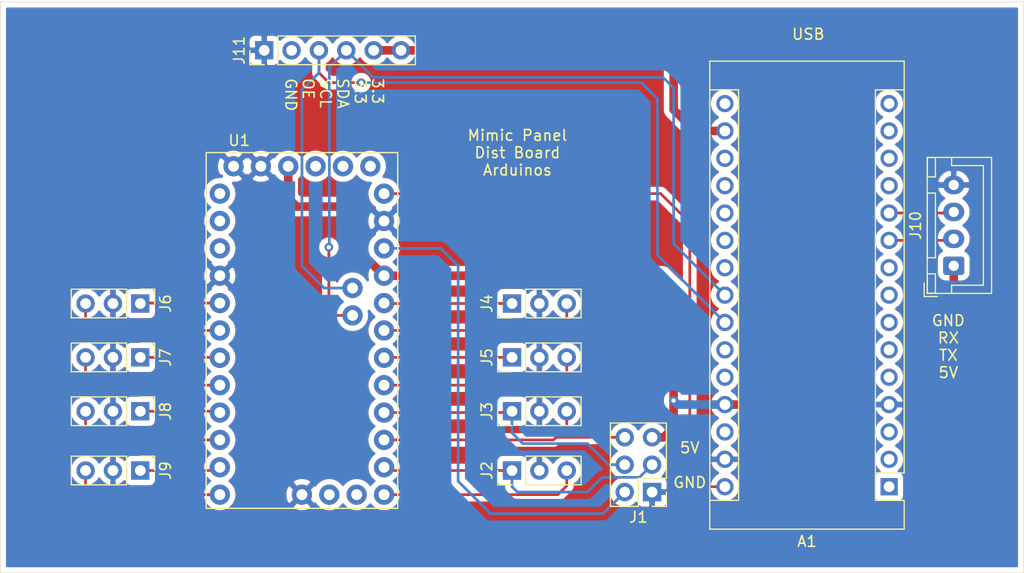
<source format=kicad_pcb>
(kicad_pcb (version 20171130) (host pcbnew 5.1.10-88a1d61d58~90~ubuntu21.04.1)
  (layers (0 F.Cu signal) (31 B.Cu signal) (34 B.Paste user) (35 F.Paste user) (36 B.SilkS user) (37 F.SilkS user) (38 B.Mask user) (39 F.Mask user) (44 Edge.Cuts user))
  (net 0 "")
  (net 1 VBUS)
  (net 2 GND)
  (net 3 +5V)
  (net 4 /Loco_Rx)
  (net 5 /Loco_TX)
  (net 6 /SCL)
  (net 7 /SDA)
  (net 8 +3V3)
  (net 9 /DT_6)
  (net 10 /DC_6)
  (net 11 /DC_5)
  (net 12 /Rst_Mini)
  (net 13 /DT_5)
  (net 14 /DC_7)
  (net 15 /DT_7)
  (net 16 /DC_8)
  (net 17 /DT_8)
  (net 18 /DC_1)
  (net 19 /DT_1)
  (net 20 /DC_2)
  (net 21 /DT_2)
  (net 22 /DT_3)
  (net 23 /DC_3)
  (net 24 /DC_4)
  (net 25 /DT_4)
  (module Connector_JST:JST_XH_B4B-XH-A_1x04_P2.50mm_Vertical (layer F.Cu) (at 168.5 64.5 90)
    (fp_text reference J10 (at 3.75 -3.55 90) (layer F.SilkS))
    (fp_text value Conn_01x04)
    (fp_line (start -2.56 -2.46) (end -2.56 3.51) (layer F.SilkS) (width 0.12))
    (fp_line (start -2.56 3.51) (end 10.06 3.51) (layer F.SilkS) (width 0.12))
    (fp_line (start 10.06 3.51) (end 10.06 -2.46) (layer F.SilkS) (width 0.12))
    (fp_line (start 10.06 -2.46) (end -2.56 -2.46) (layer F.SilkS) (width 0.12))
    (fp_line (start 0.75 -2.45) (end 0.75 -1.7) (layer F.SilkS) (width 0.12))
    (fp_line (start 0.75 -1.7) (end 6.75 -1.7) (layer F.SilkS) (width 0.12))
    (fp_line (start 6.75 -1.7) (end 6.75 -2.45) (layer F.SilkS) (width 0.12))
    (fp_line (start 6.75 -2.45) (end 0.75 -2.45) (layer F.SilkS) (width 0.12))
    (fp_line (start -2.55 -2.45) (end -2.55 -1.7) (layer F.SilkS) (width 0.12))
    (fp_line (start -2.55 -1.7) (end -0.75 -1.7) (layer F.SilkS) (width 0.12))
    (fp_line (start -0.75 -1.7) (end -0.75 -2.45) (layer F.SilkS) (width 0.12))
    (fp_line (start -0.75 -2.45) (end -2.55 -2.45) (layer F.SilkS) (width 0.12))
    (fp_line (start 8.25 -2.45) (end 8.25 -1.7) (layer F.SilkS) (width 0.12))
    (fp_line (start 8.25 -1.7) (end 10.05 -1.7) (layer F.SilkS) (width 0.12))
    (fp_line (start 10.05 -1.7) (end 10.05 -2.45) (layer F.SilkS) (width 0.12))
    (fp_line (start 10.05 -2.45) (end 8.25 -2.45) (layer F.SilkS) (width 0.12))
    (fp_line (start -2.55 -0.2) (end -1.8 -0.2) (layer F.SilkS) (width 0.12))
    (fp_line (start -1.8 -0.2) (end -1.8 2.75) (layer F.SilkS) (width 0.12))
    (fp_line (start -1.8 2.75) (end 3.75 2.75) (layer F.SilkS) (width 0.12))
    (fp_line (start 10.05 -0.2) (end 9.3 -0.2) (layer F.SilkS) (width 0.12))
    (fp_line (start 9.3 -0.2) (end 9.3 2.75) (layer F.SilkS) (width 0.12))
    (fp_line (start 9.3 2.75) (end 3.75 2.75) (layer F.SilkS) (width 0.12))
    (fp_line (start -1.6 -2.75) (end -2.85 -2.75) (layer F.SilkS) (width 0.12))
    (fp_line (start -2.85 -2.75) (end -2.85 -1.5) (layer F.SilkS) (width 0.12))
    (pad 4 thru_hole oval (at 7.5 0 90) (size 1.7 1.95) (drill 0.95) (layers *.Cu *.Mask) (net 2 GND))
    (pad 3 thru_hole oval (at 5 0 90) (size 1.7 1.95) (drill 0.95) (layers *.Cu *.Mask) (net 4 /Loco_Rx))
    (pad 2 thru_hole oval (at 2.5 0 90) (size 1.7 1.95) (drill 0.95) (layers *.Cu *.Mask) (net 5 /Loco_TX))
    (pad 1 thru_hole roundrect (at 0 0 90) (size 1.7 1.95) (drill 0.95) (layers *.Cu *.Mask) (roundrect_rratio 0.147059) (net 3 +5V))
  )
  (module BoardArduinos:MODULE_ARDUINO_PRO_MINI (layer F.Cu) (at 108 70.5)
    (fp_text reference U1 (at -5.825 -17.635) (layer F.SilkS))
    (fp_text value ARDUINO_PRO_MINI)
    (fp_line (start 8.89 -16.51) (end -8.89 -16.51) (layer F.SilkS) (width 0.127))
    (fp_line (start 8.89 16.51) (end 8.89 -16.51) (layer F.SilkS) (width 0.127))
    (fp_line (start -8.89 16.51) (end 8.89 16.51) (layer F.SilkS) (width 0.127))
    (fp_line (start -8.89 -16.51) (end -8.89 16.51) (layer F.SilkS) (width 0.127))
    (pad JP3_3 thru_hole circle (at 0 15.24) (size 1.8796 1.8796) (drill 1.016) (layers *.Cu *.Mask) (net 2 GND))
    (pad JP7_12 thru_hole circle (at -7.62 -12.7) (size 1.8796 1.8796) (drill 1.016) (layers *.Cu *.Mask))
    (pad JP7_11 thru_hole circle (at -7.62 -10.16) (size 1.8796 1.8796) (drill 1.016) (layers *.Cu *.Mask))
    (pad JP7_10 thru_hole circle (at -7.62 -7.62) (size 1.8796 1.8796) (drill 1.016) (layers *.Cu *.Mask))
    (pad JP7_9 thru_hole circle (at -7.62 -5.08) (size 1.8796 1.8796) (drill 1.016) (layers *.Cu *.Mask) (net 2 GND))
    (pad JP7_8 thru_hole circle (at -7.62 -2.54) (size 1.8796 1.8796) (drill 1.016) (layers *.Cu *.Mask) (net 19 /DT_1))
    (pad JP7_7 thru_hole circle (at -7.62 0) (size 1.8796 1.8796) (drill 1.016) (layers *.Cu *.Mask) (net 18 /DC_1))
    (pad JP7_6 thru_hole circle (at -7.62 2.54) (size 1.8796 1.8796) (drill 1.016) (layers *.Cu *.Mask) (net 21 /DT_2))
    (pad JP7_5 thru_hole circle (at -7.62 5.08) (size 1.8796 1.8796) (drill 1.016) (layers *.Cu *.Mask) (net 20 /DC_2))
    (pad JP7_4 thru_hole circle (at -7.62 7.62) (size 1.8796 1.8796) (drill 1.016) (layers *.Cu *.Mask) (net 23 /DC_3))
    (pad JP7_3 thru_hole circle (at -7.62 10.16) (size 1.8796 1.8796) (drill 1.016) (layers *.Cu *.Mask) (net 22 /DT_3))
    (pad JP7_2 thru_hole circle (at -7.62 12.7) (size 1.8796 1.8796) (drill 1.016) (layers *.Cu *.Mask) (net 25 /DT_4))
    (pad JP7_1 thru_hole circle (at -7.62 15.24) (size 1.8796 1.8796) (drill 1.016) (layers *.Cu *.Mask) (net 24 /DC_4))
    (pad JP6_12 thru_hole circle (at 7.62 15.24) (size 1.8796 1.8796) (drill 1.016) (layers *.Cu *.Mask) (net 11 /DC_5))
    (pad JP6_11 thru_hole circle (at 7.62 12.7) (size 1.8796 1.8796) (drill 1.016) (layers *.Cu *.Mask) (net 13 /DT_5))
    (pad JP6_10 thru_hole circle (at 7.62 10.16) (size 1.8796 1.8796) (drill 1.016) (layers *.Cu *.Mask) (net 10 /DC_6))
    (pad JP6_9 thru_hole circle (at 7.62 7.62) (size 1.8796 1.8796) (drill 1.016) (layers *.Cu *.Mask) (net 9 /DT_6))
    (pad JP6_8 thru_hole circle (at 7.62 5.08) (size 1.8796 1.8796) (drill 1.016) (layers *.Cu *.Mask) (net 16 /DC_8))
    (pad JP6_7 thru_hole circle (at 7.62 2.54) (size 1.8796 1.8796) (drill 1.016) (layers *.Cu *.Mask) (net 17 /DT_8))
    (pad JP6_6 thru_hole circle (at 7.62 0) (size 1.8796 1.8796) (drill 1.016) (layers *.Cu *.Mask) (net 14 /DC_7))
    (pad JP6_5 thru_hole circle (at 7.62 -2.54) (size 1.8796 1.8796) (drill 1.016) (layers *.Cu *.Mask) (net 15 /DT_7))
    (pad JP6_4 thru_hole circle (at 7.62 -5.08) (size 1.8796 1.8796) (drill 1.016) (layers *.Cu *.Mask) (net 3 +5V))
    (pad JP6_3 thru_hole circle (at 7.62 -7.62) (size 1.8796 1.8796) (drill 1.016) (layers *.Cu *.Mask) (net 12 /Rst_Mini))
    (pad JP6_2 thru_hole circle (at 7.62 -10.16) (size 1.8796 1.8796) (drill 1.016) (layers *.Cu *.Mask) (net 2 GND))
    (pad JP6_1 thru_hole circle (at 7.62 -12.7) (size 1.8796 1.8796) (drill 1.016) (layers *.Cu *.Mask) (net 1 VBUS))
    (pad JP3_1 thru_hole circle (at 2.54 15.24) (size 1.8796 1.8796) (drill 1.016) (layers *.Cu *.Mask))
    (pad JP3_2 thru_hole circle (at 5.08 15.24) (size 1.8796 1.8796) (drill 1.016) (layers *.Cu *.Mask))
    (pad JP2_2 thru_hole circle (at 4.699 -3.937) (size 1.8796 1.8796) (drill 1.016) (layers *.Cu *.Mask) (net 6 /SCL))
    (pad JP2_1 thru_hole circle (at 4.699 -1.397) (size 1.8796 1.8796) (drill 1.016) (layers *.Cu *.Mask) (net 7 /SDA))
    (pad JP1_6 thru_hole circle (at -6.35 -15.24) (size 1.8796 1.8796) (drill 1.016) (layers *.Cu *.Mask) (net 2 GND))
    (pad JP1_5 thru_hole circle (at -3.81 -15.24) (size 1.8796 1.8796) (drill 1.016) (layers *.Cu *.Mask) (net 2 GND))
    (pad JP1_4 thru_hole circle (at -1.27 -15.24) (size 1.8796 1.8796) (drill 1.016) (layers *.Cu *.Mask) (net 3 +5V))
    (pad JP1_3 thru_hole circle (at 1.27 -15.24) (size 1.8796 1.8796) (drill 1.016) (layers *.Cu *.Mask))
    (pad JP1_2 thru_hole circle (at 3.81 -15.24) (size 1.8796 1.8796) (drill 1.016) (layers *.Cu *.Mask))
    (pad JP1_1 thru_hole circle (at 6.35 -15.24) (size 1.8796 1.8796) (drill 1.016) (layers *.Cu *.Mask))
  )
  (module Connector_PinHeader_2.54mm:PinHeader_1x06_P2.54mm_Vertical (layer F.Cu) (at 104.5 44.5 90)
    (fp_text reference J11 (at 0 -2.33 90) (layer F.SilkS))
    (fp_text value Conn_01x06)
    (fp_line (start -1.33 -1.33) (end 0 -1.33) (layer F.SilkS) (width 0.12))
    (fp_line (start -1.33 0) (end -1.33 -1.33) (layer F.SilkS) (width 0.12))
    (fp_line (start -1.33 1.27) (end 1.33 1.27) (layer F.SilkS) (width 0.12))
    (fp_line (start 1.33 1.27) (end 1.33 14.03) (layer F.SilkS) (width 0.12))
    (fp_line (start -1.33 1.27) (end -1.33 14.03) (layer F.SilkS) (width 0.12))
    (fp_line (start -1.33 14.03) (end 1.33 14.03) (layer F.SilkS) (width 0.12))
    (pad 6 thru_hole oval (at 0 12.7 90) (size 1.7 1.7) (drill 1) (layers *.Cu *.Mask) (net 8 +3V3))
    (pad 5 thru_hole oval (at 0 10.16 90) (size 1.7 1.7) (drill 1) (layers *.Cu *.Mask) (net 8 +3V3))
    (pad 4 thru_hole oval (at 0 7.62 90) (size 1.7 1.7) (drill 1) (layers *.Cu *.Mask) (net 7 /SDA))
    (pad 3 thru_hole oval (at 0 5.08 90) (size 1.7 1.7) (drill 1) (layers *.Cu *.Mask) (net 6 /SCL))
    (pad 2 thru_hole oval (at 0 2.54 90) (size 1.7 1.7) (drill 1) (layers *.Cu *.Mask))
    (pad 1 thru_hole rect (at 0 0 90) (size 1.7 1.7) (drill 1) (layers *.Cu *.Mask) (net 2 GND))
  )
  (module Connector_PinHeader_2.54mm:PinHeader_1x03_P2.54mm_Vertical (layer F.Cu) (at 93 83.5 270)
    (fp_text reference J9 (at 0 -2.33 90) (layer F.SilkS))
    (fp_text value Conn_01x03)
    (fp_line (start -1.33 -1.33) (end 0 -1.33) (layer F.SilkS) (width 0.12))
    (fp_line (start -1.33 0) (end -1.33 -1.33) (layer F.SilkS) (width 0.12))
    (fp_line (start -1.33 1.27) (end 1.33 1.27) (layer F.SilkS) (width 0.12))
    (fp_line (start 1.33 1.27) (end 1.33 6.41) (layer F.SilkS) (width 0.12))
    (fp_line (start -1.33 1.27) (end -1.33 6.41) (layer F.SilkS) (width 0.12))
    (fp_line (start -1.33 6.41) (end 1.33 6.41) (layer F.SilkS) (width 0.12))
    (pad 3 thru_hole oval (at 0 5.08 270) (size 1.7 1.7) (drill 1) (layers *.Cu *.Mask) (net 24 /DC_4))
    (pad 2 thru_hole oval (at 0 2.54 270) (size 1.7 1.7) (drill 1) (layers *.Cu *.Mask) (net 2 GND))
    (pad 1 thru_hole rect (at 0 0 270) (size 1.7 1.7) (drill 1) (layers *.Cu *.Mask) (net 25 /DT_4))
  )
  (module Connector_PinHeader_2.54mm:PinHeader_1x03_P2.54mm_Vertical (layer F.Cu) (at 93 78 270)
    (fp_text reference J8 (at 0 -2.33 90) (layer F.SilkS))
    (fp_text value Conn_01x03)
    (fp_line (start -1.33 -1.33) (end 0 -1.33) (layer F.SilkS) (width 0.12))
    (fp_line (start -1.33 0) (end -1.33 -1.33) (layer F.SilkS) (width 0.12))
    (fp_line (start -1.33 1.27) (end 1.33 1.27) (layer F.SilkS) (width 0.12))
    (fp_line (start 1.33 1.27) (end 1.33 6.41) (layer F.SilkS) (width 0.12))
    (fp_line (start -1.33 1.27) (end -1.33 6.41) (layer F.SilkS) (width 0.12))
    (fp_line (start -1.33 6.41) (end 1.33 6.41) (layer F.SilkS) (width 0.12))
    (pad 3 thru_hole oval (at 0 5.08 270) (size 1.7 1.7) (drill 1) (layers *.Cu *.Mask) (net 22 /DT_3))
    (pad 2 thru_hole oval (at 0 2.54 270) (size 1.7 1.7) (drill 1) (layers *.Cu *.Mask) (net 2 GND))
    (pad 1 thru_hole rect (at 0 0 270) (size 1.7 1.7) (drill 1) (layers *.Cu *.Mask) (net 23 /DC_3))
  )
  (module Connector_PinHeader_2.54mm:PinHeader_1x03_P2.54mm_Vertical (layer F.Cu) (at 93 73 270)
    (fp_text reference J7 (at 0 -2.33 90) (layer F.SilkS))
    (fp_text value Conn_01x03)
    (fp_line (start -1.33 -1.33) (end 0 -1.33) (layer F.SilkS) (width 0.12))
    (fp_line (start -1.33 0) (end -1.33 -1.33) (layer F.SilkS) (width 0.12))
    (fp_line (start -1.33 1.27) (end 1.33 1.27) (layer F.SilkS) (width 0.12))
    (fp_line (start 1.33 1.27) (end 1.33 6.41) (layer F.SilkS) (width 0.12))
    (fp_line (start -1.33 1.27) (end -1.33 6.41) (layer F.SilkS) (width 0.12))
    (fp_line (start -1.33 6.41) (end 1.33 6.41) (layer F.SilkS) (width 0.12))
    (pad 3 thru_hole oval (at 0 5.08 270) (size 1.7 1.7) (drill 1) (layers *.Cu *.Mask) (net 20 /DC_2))
    (pad 2 thru_hole oval (at 0 2.54 270) (size 1.7 1.7) (drill 1) (layers *.Cu *.Mask) (net 2 GND))
    (pad 1 thru_hole rect (at 0 0 270) (size 1.7 1.7) (drill 1) (layers *.Cu *.Mask) (net 21 /DT_2))
  )
  (module Connector_PinHeader_2.54mm:PinHeader_1x03_P2.54mm_Vertical (layer F.Cu) (at 93 68 270)
    (fp_text reference J6 (at 0 -2.33 90) (layer F.SilkS))
    (fp_text value Conn_01x03)
    (fp_line (start -1.33 -1.33) (end 0 -1.33) (layer F.SilkS) (width 0.12))
    (fp_line (start -1.33 0) (end -1.33 -1.33) (layer F.SilkS) (width 0.12))
    (fp_line (start -1.33 1.27) (end 1.33 1.27) (layer F.SilkS) (width 0.12))
    (fp_line (start 1.33 1.27) (end 1.33 6.41) (layer F.SilkS) (width 0.12))
    (fp_line (start -1.33 1.27) (end -1.33 6.41) (layer F.SilkS) (width 0.12))
    (fp_line (start -1.33 6.41) (end 1.33 6.41) (layer F.SilkS) (width 0.12))
    (pad 3 thru_hole oval (at 0 5.08 270) (size 1.7 1.7) (drill 1) (layers *.Cu *.Mask) (net 18 /DC_1))
    (pad 2 thru_hole oval (at 0 2.54 270) (size 1.7 1.7) (drill 1) (layers *.Cu *.Mask) (net 2 GND))
    (pad 1 thru_hole rect (at 0 0 270) (size 1.7 1.7) (drill 1) (layers *.Cu *.Mask) (net 19 /DT_1))
  )
  (module Connector_PinHeader_2.54mm:PinHeader_1x03_P2.54mm_Vertical (layer F.Cu) (at 127.5 73 90)
    (fp_text reference J5 (at 0 -2.33 90) (layer F.SilkS))
    (fp_text value Conn_01x03)
    (fp_line (start -1.33 -1.33) (end 0 -1.33) (layer F.SilkS) (width 0.12))
    (fp_line (start -1.33 0) (end -1.33 -1.33) (layer F.SilkS) (width 0.12))
    (fp_line (start -1.33 1.27) (end 1.33 1.27) (layer F.SilkS) (width 0.12))
    (fp_line (start 1.33 1.27) (end 1.33 6.41) (layer F.SilkS) (width 0.12))
    (fp_line (start -1.33 1.27) (end -1.33 6.41) (layer F.SilkS) (width 0.12))
    (fp_line (start -1.33 6.41) (end 1.33 6.41) (layer F.SilkS) (width 0.12))
    (pad 3 thru_hole oval (at 0 5.08 90) (size 1.7 1.7) (drill 1) (layers *.Cu *.Mask) (net 16 /DC_8))
    (pad 2 thru_hole oval (at 0 2.54 90) (size 1.7 1.7) (drill 1) (layers *.Cu *.Mask) (net 2 GND))
    (pad 1 thru_hole rect (at 0 0 90) (size 1.7 1.7) (drill 1) (layers *.Cu *.Mask) (net 17 /DT_8))
  )
  (module Connector_PinHeader_2.54mm:PinHeader_1x03_P2.54mm_Vertical (layer F.Cu) (at 127.5 68 90)
    (fp_text reference J4 (at 0 -2.33 90) (layer F.SilkS))
    (fp_text value Conn_01x03)
    (fp_line (start -1.33 -1.33) (end 0 -1.33) (layer F.SilkS) (width 0.12))
    (fp_line (start -1.33 0) (end -1.33 -1.33) (layer F.SilkS) (width 0.12))
    (fp_line (start -1.33 1.27) (end 1.33 1.27) (layer F.SilkS) (width 0.12))
    (fp_line (start 1.33 1.27) (end 1.33 6.41) (layer F.SilkS) (width 0.12))
    (fp_line (start -1.33 1.27) (end -1.33 6.41) (layer F.SilkS) (width 0.12))
    (fp_line (start -1.33 6.41) (end 1.33 6.41) (layer F.SilkS) (width 0.12))
    (pad 3 thru_hole oval (at 0 5.08 90) (size 1.7 1.7) (drill 1) (layers *.Cu *.Mask) (net 14 /DC_7))
    (pad 2 thru_hole oval (at 0 2.54 90) (size 1.7 1.7) (drill 1) (layers *.Cu *.Mask) (net 2 GND))
    (pad 1 thru_hole rect (at 0 0 90) (size 1.7 1.7) (drill 1) (layers *.Cu *.Mask) (net 15 /DT_7))
  )
  (module Connector_PinHeader_2.54mm:PinHeader_1x03_P2.54mm_Vertical (layer F.Cu) (at 127.5 78 90)
    (fp_text reference J3 (at 0 -2.33 90) (layer F.SilkS))
    (fp_text value Conn_01x03)
    (fp_line (start -1.33 -1.33) (end 0 -1.33) (layer F.SilkS) (width 0.12))
    (fp_line (start -1.33 0) (end -1.33 -1.33) (layer F.SilkS) (width 0.12))
    (fp_line (start -1.33 1.27) (end 1.33 1.27) (layer F.SilkS) (width 0.12))
    (fp_line (start 1.33 1.27) (end 1.33 6.41) (layer F.SilkS) (width 0.12))
    (fp_line (start -1.33 1.27) (end -1.33 6.41) (layer F.SilkS) (width 0.12))
    (fp_line (start -1.33 6.41) (end 1.33 6.41) (layer F.SilkS) (width 0.12))
    (pad 3 thru_hole oval (at 0 5.08 90) (size 1.7 1.7) (drill 1) (layers *.Cu *.Mask) (net 10 /DC_6))
    (pad 2 thru_hole oval (at 0 2.54 90) (size 1.7 1.7) (drill 1) (layers *.Cu *.Mask) (net 2 GND))
    (pad 1 thru_hole rect (at 0 0 90) (size 1.7 1.7) (drill 1) (layers *.Cu *.Mask) (net 9 /DT_6))
  )
  (module Connector_PinHeader_2.54mm:PinHeader_1x03_P2.54mm_Vertical (layer F.Cu) (at 127.5 83.5 90)
    (fp_text reference J2 (at 0 -2.33 90) (layer F.SilkS))
    (fp_text value Conn_01x03)
    (fp_line (start -1.33 -1.33) (end 0 -1.33) (layer F.SilkS) (width 0.12))
    (fp_line (start -1.33 0) (end -1.33 -1.33) (layer F.SilkS) (width 0.12))
    (fp_line (start -1.33 1.27) (end 1.33 1.27) (layer F.SilkS) (width 0.12))
    (fp_line (start 1.33 1.27) (end 1.33 6.41) (layer F.SilkS) (width 0.12))
    (fp_line (start -1.33 1.27) (end -1.33 6.41) (layer F.SilkS) (width 0.12))
    (fp_line (start -1.33 6.41) (end 1.33 6.41) (layer F.SilkS) (width 0.12))
    (pad 3 thru_hole oval (at 0 5.08 90) (size 1.7 1.7) (drill 1) (layers *.Cu *.Mask) (net 11 /DC_5))
    (pad 2 thru_hole oval (at 0 2.54 90) (size 1.7 1.7) (drill 1) (layers *.Cu *.Mask) (net 2 GND))
    (pad 1 thru_hole rect (at 0 0 90) (size 1.7 1.7) (drill 1) (layers *.Cu *.Mask) (net 13 /DT_5))
  )
  (module Connector_PinHeader_2.54mm:PinHeader_2x03_P2.54mm_Vertical (layer F.Cu) (at 140.5 85.5 180)
    (fp_text reference J1 (at 1.27 -2.33) (layer F.SilkS))
    (fp_text value Conn_02x03_Odd_Even)
    (fp_line (start -1.33 -1.33) (end 0 -1.33) (layer F.SilkS) (width 0.12))
    (fp_line (start -1.33 0) (end -1.33 -1.33) (layer F.SilkS) (width 0.12))
    (fp_line (start 1.27 -1.33) (end 3.87 -1.33) (layer F.SilkS) (width 0.12))
    (fp_line (start 1.27 1.27) (end 1.27 -1.33) (layer F.SilkS) (width 0.12))
    (fp_line (start -1.33 1.27) (end 1.27 1.27) (layer F.SilkS) (width 0.12))
    (fp_line (start 3.87 -1.33) (end 3.87 6.41) (layer F.SilkS) (width 0.12))
    (fp_line (start -1.33 1.27) (end -1.33 6.41) (layer F.SilkS) (width 0.12))
    (fp_line (start -1.33 6.41) (end 3.87 6.41) (layer F.SilkS) (width 0.12))
    (pad 6 thru_hole oval (at 2.54 5.08 180) (size 1.7 1.7) (drill 1) (layers *.Cu *.Mask) (net 10 /DC_6))
    (pad 5 thru_hole oval (at 0 5.08 180) (size 1.7 1.7) (drill 1) (layers *.Cu *.Mask) (net 3 +5V))
    (pad 4 thru_hole oval (at 2.54 2.54 180) (size 1.7 1.7) (drill 1) (layers *.Cu *.Mask) (net 9 /DT_6))
    (pad 3 thru_hole oval (at 0 2.54 180) (size 1.7 1.7) (drill 1) (layers *.Cu *.Mask) (net 13 /DT_5))
    (pad 2 thru_hole oval (at 2.54 0 180) (size 1.7 1.7) (drill 1) (layers *.Cu *.Mask) (net 12 /Rst_Mini))
    (pad 1 thru_hole rect (at 0 0 180) (size 1.7 1.7) (drill 1) (layers *.Cu *.Mask) (net 2 GND))
  )
  (module Module:Arduino_Nano (layer F.Cu) (at 162.5 85 180)
    (fp_text reference A1 (at 7.62 -5.08) (layer F.SilkS))
    (fp_text value Arduino_Nano_v2.x)
    (fp_line (start 16.64 -3.94) (end -1.4 -3.94) (layer F.SilkS) (width 0.12))
    (fp_line (start 16.64 39.5) (end 16.64 -3.94) (layer F.SilkS) (width 0.12))
    (fp_line (start -1.4 39.5) (end 16.64 39.5) (layer F.SilkS) (width 0.12))
    (fp_line (start 1.27 36.83) (end -1.4 36.83) (layer F.SilkS) (width 0.12))
    (fp_line (start 1.27 1.27) (end 1.27 36.83) (layer F.SilkS) (width 0.12))
    (fp_line (start 1.27 1.27) (end -1.4 1.27) (layer F.SilkS) (width 0.12))
    (fp_line (start 13.97 36.83) (end 16.64 36.83) (layer F.SilkS) (width 0.12))
    (fp_line (start 13.97 -1.27) (end 13.97 36.83) (layer F.SilkS) (width 0.12))
    (fp_line (start 13.97 -1.27) (end 16.64 -1.27) (layer F.SilkS) (width 0.12))
    (fp_line (start -1.4 -3.94) (end -1.4 -1.27) (layer F.SilkS) (width 0.12))
    (fp_line (start -1.4 1.27) (end -1.4 39.5) (layer F.SilkS) (width 0.12))
    (fp_line (start 1.27 -1.27) (end -1.4 -1.27) (layer F.SilkS) (width 0.12))
    (fp_line (start 1.27 1.27) (end 1.27 -1.27) (layer F.SilkS) (width 0.12))
    (pad 16 thru_hole oval (at 15.24 35.56 180) (size 1.6 1.6) (drill 1) (layers *.Cu *.Mask))
    (pad 15 thru_hole oval (at 0 35.56 180) (size 1.6 1.6) (drill 1) (layers *.Cu *.Mask))
    (pad 30 thru_hole oval (at 15.24 0 180) (size 1.6 1.6) (drill 1) (layers *.Cu *.Mask) (net 1 VBUS))
    (pad 14 thru_hole oval (at 0 33.02 180) (size 1.6 1.6) (drill 1) (layers *.Cu *.Mask))
    (pad 29 thru_hole oval (at 15.24 2.54 180) (size 1.6 1.6) (drill 1) (layers *.Cu *.Mask) (net 2 GND))
    (pad 13 thru_hole oval (at 0 30.48 180) (size 1.6 1.6) (drill 1) (layers *.Cu *.Mask))
    (pad 28 thru_hole oval (at 15.24 5.08 180) (size 1.6 1.6) (drill 1) (layers *.Cu *.Mask))
    (pad 12 thru_hole oval (at 0 27.94 180) (size 1.6 1.6) (drill 1) (layers *.Cu *.Mask))
    (pad 27 thru_hole oval (at 15.24 7.62 180) (size 1.6 1.6) (drill 1) (layers *.Cu *.Mask) (net 3 +5V))
    (pad 11 thru_hole oval (at 0 25.4 180) (size 1.6 1.6) (drill 1) (layers *.Cu *.Mask) (net 4 /Loco_Rx))
    (pad 26 thru_hole oval (at 15.24 10.16 180) (size 1.6 1.6) (drill 1) (layers *.Cu *.Mask))
    (pad 10 thru_hole oval (at 0 22.86 180) (size 1.6 1.6) (drill 1) (layers *.Cu *.Mask) (net 5 /Loco_TX))
    (pad 25 thru_hole oval (at 15.24 12.7 180) (size 1.6 1.6) (drill 1) (layers *.Cu *.Mask))
    (pad 9 thru_hole oval (at 0 20.32 180) (size 1.6 1.6) (drill 1) (layers *.Cu *.Mask))
    (pad 24 thru_hole oval (at 15.24 15.24 180) (size 1.6 1.6) (drill 1) (layers *.Cu *.Mask) (net 6 /SCL))
    (pad 8 thru_hole oval (at 0 17.78 180) (size 1.6 1.6) (drill 1) (layers *.Cu *.Mask))
    (pad 23 thru_hole oval (at 15.24 17.78 180) (size 1.6 1.6) (drill 1) (layers *.Cu *.Mask) (net 7 /SDA))
    (pad 7 thru_hole oval (at 0 15.24 180) (size 1.6 1.6) (drill 1) (layers *.Cu *.Mask))
    (pad 22 thru_hole oval (at 15.24 20.32 180) (size 1.6 1.6) (drill 1) (layers *.Cu *.Mask))
    (pad 6 thru_hole oval (at 0 12.7 180) (size 1.6 1.6) (drill 1) (layers *.Cu *.Mask))
    (pad 21 thru_hole oval (at 15.24 22.86 180) (size 1.6 1.6) (drill 1) (layers *.Cu *.Mask))
    (pad 5 thru_hole oval (at 0 10.16 180) (size 1.6 1.6) (drill 1) (layers *.Cu *.Mask))
    (pad 20 thru_hole oval (at 15.24 25.4 180) (size 1.6 1.6) (drill 1) (layers *.Cu *.Mask))
    (pad 4 thru_hole oval (at 0 7.62 180) (size 1.6 1.6) (drill 1) (layers *.Cu *.Mask) (net 2 GND))
    (pad 19 thru_hole oval (at 15.24 27.94 180) (size 1.6 1.6) (drill 1) (layers *.Cu *.Mask))
    (pad 3 thru_hole oval (at 0 5.08 180) (size 1.6 1.6) (drill 1) (layers *.Cu *.Mask))
    (pad 18 thru_hole oval (at 15.24 30.48 180) (size 1.6 1.6) (drill 1) (layers *.Cu *.Mask))
    (pad 2 thru_hole oval (at 0 2.54 180) (size 1.6 1.6) (drill 1) (layers *.Cu *.Mask))
    (pad 17 thru_hole oval (at 15.24 33.02 180) (size 1.6 1.6) (drill 1) (layers *.Cu *.Mask) (net 8 +3V3))
    (pad 1 thru_hole rect (at 0 0 180) (size 1.6 1.6) (drill 1) (layers *.Cu *.Mask))
  )
  (gr_text "Mimic Panel\nDist Board\nArduinos" (at 128 54) (layer F.SilkS) (effects (font (size 1 1))))
  (gr_text "3.3\n3.3\nSDA\nSCL\nOE\nGND" (at 111 47 270) (layer F.SilkS) (effects (font (size 1 1)) (justify left)))
  (gr_text "5V\n\nGND" (at 144 83) (layer F.SilkS) (effects (font (size 1 1))))
  (gr_text USB (at 155 43) (layer F.SilkS) (effects (font (size 1 1))))
  (gr_text "GND\nRX\nTX\n5V" (at 168 72) (layer F.SilkS) (effects (font (size 1 1))))
  (gr_line (start 175 93) (end 175 40) (layer Edge.Cuts) (width 0.05))
  (gr_line (start 80 93) (end 175 93) (layer Edge.Cuts) (width 0.05))
  (gr_line (start 80 40) (end 80 93) (layer Edge.Cuts) (width 0.05))
  (gr_line (start 175 40) (end 80 40) (layer Edge.Cuts) (width 0.05))
  (segment (start 145.5 85) (end 147.26 85) (width 0.25) (layer F.Cu) (net 1))
  (segment (start 144 83.5) (end 145.5 85) (width 0.25) (layer F.Cu) (net 1))
  (segment (start 144 60.5) (end 144 83.5) (width 0.25) (layer F.Cu) (net 1))
  (segment (start 141.3 57.8) (end 144 60.5) (width 0.25) (layer F.Cu) (net 1))
  (segment (start 115.62 57.8) (end 141.3 57.8) (width 0.25) (layer F.Cu) (net 1))
  (segment (start 115.62 65.42) (end 141.42 65.42) (width 0.8) (layer F.Cu) (net 3))
  (via (at 142.5 77) (size 0.8) (drill 0.4) (layers F.Cu B.Cu) (net 3))
  (segment (start 142.5 66.5) (end 142.5 77) (width 0.8) (layer F.Cu) (net 3))
  (segment (start 141.42 65.42) (end 142.5 66.5) (width 0.8) (layer F.Cu) (net 3))
  (segment (start 142.88 77.38) (end 147.26 77.38) (width 0.8) (layer B.Cu) (net 3))
  (segment (start 142.5 77) (end 142.88 77.38) (width 0.8) (layer B.Cu) (net 3))
  (segment (start 142.5 77) (end 142.5 79.5) (width 0.8) (layer F.Cu) (net 3))
  (segment (start 141.58 80.42) (end 140.5 80.42) (width 0.8) (layer F.Cu) (net 3))
  (segment (start 142.5 79.5) (end 141.58 80.42) (width 0.8) (layer F.Cu) (net 3))
  (segment (start 113.7 63.5) (end 115.62 65.42) (width 0.8) (layer F.Cu) (net 3))
  (segment (start 113.7 60.2) (end 113.7 63.5) (width 0.8) (layer F.Cu) (net 3))
  (segment (start 112.5 59) (end 113.7 60.2) (width 0.8) (layer F.Cu) (net 3))
  (segment (start 107.5 59) (end 112.5 59) (width 0.8) (layer F.Cu) (net 3))
  (segment (start 106.73 58.23) (end 107.5 59) (width 0.8) (layer F.Cu) (net 3))
  (segment (start 106.73 55.26) (end 106.73 58.23) (width 0.8) (layer F.Cu) (net 3))
  (segment (start 168.5 64.5) (end 168.5 85.5) (width 0.8) (layer F.Cu) (net 3))
  (segment (start 168.5 85.5) (end 166 88) (width 0.8) (layer F.Cu) (net 3))
  (segment (start 166 88) (end 159 88) (width 0.8) (layer F.Cu) (net 3))
  (segment (start 159 88) (end 155 84) (width 0.8) (layer F.Cu) (net 3))
  (segment (start 155 84) (end 155 79) (width 0.8) (layer F.Cu) (net 3))
  (segment (start 153.38 77.38) (end 147.26 77.38) (width 0.8) (layer F.Cu) (net 3))
  (segment (start 155 79) (end 153.38 77.38) (width 0.8) (layer F.Cu) (net 3))
  (segment (start 168.32 59.6) (end 168.5 59.42) (width 0.25) (layer F.Cu) (net 4))
  (segment (start 162.5 59.6) (end 168.32 59.6) (width 0.25) (layer F.Cu) (net 4))
  (segment (start 168.32 62.14) (end 168.5 61.96) (width 0.25) (layer F.Cu) (net 5))
  (segment (start 162.5 62.14) (end 168.32 62.14) (width 0.25) (layer F.Cu) (net 5))
  (segment (start 147.26 69.76) (end 141 63.5) (width 0.25) (layer B.Cu) (net 6))
  (segment (start 141 63.5) (end 141 49) (width 0.25) (layer B.Cu) (net 6))
  (via (at 113.5 47.5) (size 0.8) (drill 0.4) (layers F.Cu B.Cu) (net 6))
  (segment (start 139.5 47.5) (end 113.5 47.5) (width 0.25) (layer B.Cu) (net 6))
  (segment (start 141 49) (end 139.5 47.5) (width 0.25) (layer B.Cu) (net 6))
  (segment (start 113.5 47.5) (end 110.5 47.5) (width 0.25) (layer F.Cu) (net 6))
  (segment (start 109.58 46.58) (end 109.58 44.5) (width 0.25) (layer F.Cu) (net 6))
  (segment (start 110.5 47.5) (end 109.58 46.58) (width 0.25) (layer F.Cu) (net 6))
  (segment (start 110.063 66.563) (end 112.699 66.563) (width 0.25) (layer B.Cu) (net 6))
  (segment (start 108 64.5) (end 110.063 66.563) (width 0.25) (layer B.Cu) (net 6))
  (segment (start 108 48.16) (end 108 64.5) (width 0.25) (layer B.Cu) (net 6))
  (segment (start 109.58 46.58) (end 108 48.16) (width 0.25) (layer B.Cu) (net 6))
  (segment (start 109.58 44.5) (end 109.58 46.58) (width 0.25) (layer B.Cu) (net 6))
  (via (at 110.5 62.77499) (size 0.8) (drill 0.4) (layers F.Cu B.Cu) (net 7))
  (segment (start 112.12 44.5) (end 110.545199 46.074801) (width 0.25) (layer B.Cu) (net 7))
  (segment (start 110.545199 46.074801) (end 110.545199 62.729791) (width 0.25) (layer B.Cu) (net 7))
  (segment (start 110.545199 62.729791) (end 110.5 62.77499) (width 0.25) (layer B.Cu) (net 7))
  (segment (start 110.5 68.5) (end 110.5 62.77499) (width 0.25) (layer F.Cu) (net 7))
  (segment (start 111.103 69.103) (end 110.5 68.5) (width 0.25) (layer F.Cu) (net 7))
  (segment (start 112.699 69.103) (end 111.103 69.103) (width 0.25) (layer F.Cu) (net 7))
  (segment (start 147.26 67.22) (end 142.5 62.46) (width 0.25) (layer B.Cu) (net 7))
  (segment (start 142.5 62.46) (end 142.5 48) (width 0.25) (layer B.Cu) (net 7))
  (segment (start 142.5 48) (end 141.5 47) (width 0.25) (layer B.Cu) (net 7))
  (segment (start 114.62 47) (end 112.12 44.5) (width 0.25) (layer B.Cu) (net 7))
  (segment (start 141.5 47) (end 114.62 47) (width 0.25) (layer B.Cu) (net 7))
  (segment (start 114.66 44.5) (end 117.2 44.5) (width 0.8) (layer F.Cu) (net 8))
  (segment (start 147.26 51.98) (end 144.48 51.98) (width 0.8) (layer F.Cu) (net 8))
  (segment (start 144.48 51.98) (end 142.5 50) (width 0.8) (layer F.Cu) (net 8))
  (segment (start 142.5 50) (end 142.5 45) (width 0.8) (layer F.Cu) (net 8))
  (segment (start 142.5 45) (end 142 44.5) (width 0.8) (layer F.Cu) (net 8))
  (segment (start 117.2 44.5) (end 142 44.5) (width 0.8) (layer F.Cu) (net 8))
  (segment (start 127.38 78.12) (end 127.5 78) (width 0.25) (layer F.Cu) (net 9))
  (segment (start 115.62 78.12) (end 127.38 78.12) (width 0.25) (layer F.Cu) (net 9))
  (segment (start 137.96 82.96) (end 136.46 82.96) (width 0.25) (layer B.Cu) (net 9))
  (segment (start 136.46 82.96) (end 134.5 81) (width 0.25) (layer B.Cu) (net 9))
  (segment (start 134.5 81) (end 128.5 81) (width 0.25) (layer B.Cu) (net 9))
  (segment (start 127.5 80) (end 127.5 78) (width 0.25) (layer B.Cu) (net 9))
  (segment (start 128.5 81) (end 127.5 80) (width 0.25) (layer B.Cu) (net 9))
  (segment (start 132.58 78) (end 132.58 79.42) (width 0.25) (layer F.Cu) (net 10))
  (segment (start 131.34 80.66) (end 115.62 80.66) (width 0.25) (layer F.Cu) (net 10))
  (segment (start 137.96 80.42) (end 131.58 80.42) (width 0.25) (layer F.Cu) (net 10))
  (segment (start 131.58 80.42) (end 131.5 80.5) (width 0.25) (layer F.Cu) (net 10))
  (segment (start 131.5 80.5) (end 131.34 80.66) (width 0.25) (layer F.Cu) (net 10))
  (segment (start 132.58 79.42) (end 131.5 80.5) (width 0.25) (layer F.Cu) (net 10))
  (segment (start 115.62 85.74) (end 131.76 85.74) (width 0.25) (layer F.Cu) (net 11))
  (segment (start 132.58 84.92) (end 132.58 83.5) (width 0.25) (layer F.Cu) (net 11))
  (segment (start 131.76 85.74) (end 132.58 84.92) (width 0.25) (layer F.Cu) (net 11))
  (segment (start 137.96 85.5) (end 135.96 87.5) (width 0.25) (layer B.Cu) (net 12))
  (segment (start 135.96 87.5) (end 125.5 87.5) (width 0.25) (layer B.Cu) (net 12))
  (segment (start 125.5 87.5) (end 122.5 84.5) (width 0.25) (layer B.Cu) (net 12))
  (segment (start 122.5 84.5) (end 122.5 64.5) (width 0.25) (layer B.Cu) (net 12))
  (segment (start 120.88 62.88) (end 115.62 62.88) (width 0.25) (layer B.Cu) (net 12))
  (segment (start 122.5 64.5) (end 120.88 62.88) (width 0.25) (layer B.Cu) (net 12))
  (segment (start 115.92 83.5) (end 115.62 83.2) (width 0.25) (layer F.Cu) (net 13))
  (segment (start 127.5 83.5) (end 115.92 83.5) (width 0.25) (layer F.Cu) (net 13))
  (segment (start 127.5 85) (end 127.5 83.5) (width 0.25) (layer B.Cu) (net 13))
  (segment (start 135.864999 84.135001) (end 134.5 85.5) (width 0.25) (layer B.Cu) (net 13))
  (segment (start 139.324999 84.135001) (end 135.864999 84.135001) (width 0.25) (layer B.Cu) (net 13))
  (segment (start 128 85.5) (end 127.5 85) (width 0.25) (layer B.Cu) (net 13))
  (segment (start 134.5 85.5) (end 128 85.5) (width 0.25) (layer B.Cu) (net 13))
  (segment (start 140.5 82.96) (end 139.324999 84.135001) (width 0.25) (layer B.Cu) (net 13))
  (segment (start 132.58 68) (end 132.58 69.42) (width 0.25) (layer F.Cu) (net 14))
  (segment (start 131.5 70.5) (end 115.62 70.5) (width 0.25) (layer F.Cu) (net 14))
  (segment (start 132.58 69.42) (end 131.5 70.5) (width 0.25) (layer F.Cu) (net 14))
  (segment (start 115.66 68) (end 115.62 67.96) (width 0.25) (layer F.Cu) (net 15))
  (segment (start 127.5 68) (end 115.66 68) (width 0.25) (layer F.Cu) (net 15))
  (segment (start 132.58 73) (end 132.58 74.92) (width 0.25) (layer F.Cu) (net 16))
  (segment (start 131.92 75.58) (end 115.62 75.58) (width 0.25) (layer F.Cu) (net 16))
  (segment (start 132.58 74.92) (end 131.92 75.58) (width 0.25) (layer F.Cu) (net 16))
  (segment (start 115.66 73) (end 115.62 73.04) (width 0.25) (layer F.Cu) (net 17))
  (segment (start 127.5 73) (end 115.66 73) (width 0.25) (layer F.Cu) (net 17))
  (segment (start 87.92 68) (end 87.92 69.42) (width 0.25) (layer F.Cu) (net 18))
  (segment (start 89 70.5) (end 100.38 70.5) (width 0.25) (layer F.Cu) (net 18))
  (segment (start 87.92 69.42) (end 89 70.5) (width 0.25) (layer F.Cu) (net 18))
  (segment (start 93.04 67.96) (end 93 68) (width 0.25) (layer F.Cu) (net 19))
  (segment (start 100.38 67.96) (end 93.04 67.96) (width 0.25) (layer F.Cu) (net 19))
  (segment (start 87.92 73) (end 87.92 74.92) (width 0.25) (layer F.Cu) (net 20))
  (segment (start 88.58 75.58) (end 100.38 75.58) (width 0.25) (layer F.Cu) (net 20))
  (segment (start 87.92 74.92) (end 88.58 75.58) (width 0.25) (layer F.Cu) (net 20))
  (segment (start 100.34 73) (end 100.38 73.04) (width 0.25) (layer F.Cu) (net 21))
  (segment (start 93 73) (end 100.34 73) (width 0.25) (layer F.Cu) (net 21))
  (segment (start 87.92 78) (end 87.92 79.92) (width 0.25) (layer F.Cu) (net 22))
  (segment (start 88.66 80.66) (end 100.38 80.66) (width 0.25) (layer F.Cu) (net 22))
  (segment (start 87.92 79.92) (end 88.66 80.66) (width 0.25) (layer F.Cu) (net 22))
  (segment (start 100.26 78) (end 100.38 78.12) (width 0.25) (layer F.Cu) (net 23))
  (segment (start 93 78) (end 100.26 78) (width 0.25) (layer F.Cu) (net 23))
  (segment (start 87.92 83.5) (end 87.92 85.42) (width 0.25) (layer F.Cu) (net 24))
  (segment (start 88.24 85.74) (end 100.38 85.74) (width 0.25) (layer F.Cu) (net 24))
  (segment (start 87.92 85.42) (end 88.24 85.74) (width 0.25) (layer F.Cu) (net 24))
  (segment (start 100.08 83.5) (end 100.38 83.2) (width 0.25) (layer F.Cu) (net 25))
  (segment (start 93 83.5) (end 100.08 83.5) (width 0.25) (layer F.Cu) (net 25))
  (zone (net 2) (net_name GND) (layer F.Cu) (connect_pads (clearance 0.508)) (min_thickness 0.254) (fill yes (arc_segments 32) (thermal_gap 0.508) (thermal_bridge_width 0.508))
    (polygon (pts (xy 175 93) (xy 80 93) (xy 80 40) (xy 175 40)))
  )
  (zone (net 2) (net_name GND) (layer B.Cu) (connect_pads (clearance 0.508)) (min_thickness 0.254) (fill yes (arc_segments 32) (thermal_gap 0.508) (thermal_bridge_width 0.508))
    (polygon (pts (xy 175 93) (xy 80 93) (xy 80 40) (xy 175 40)))
  )
)
</source>
